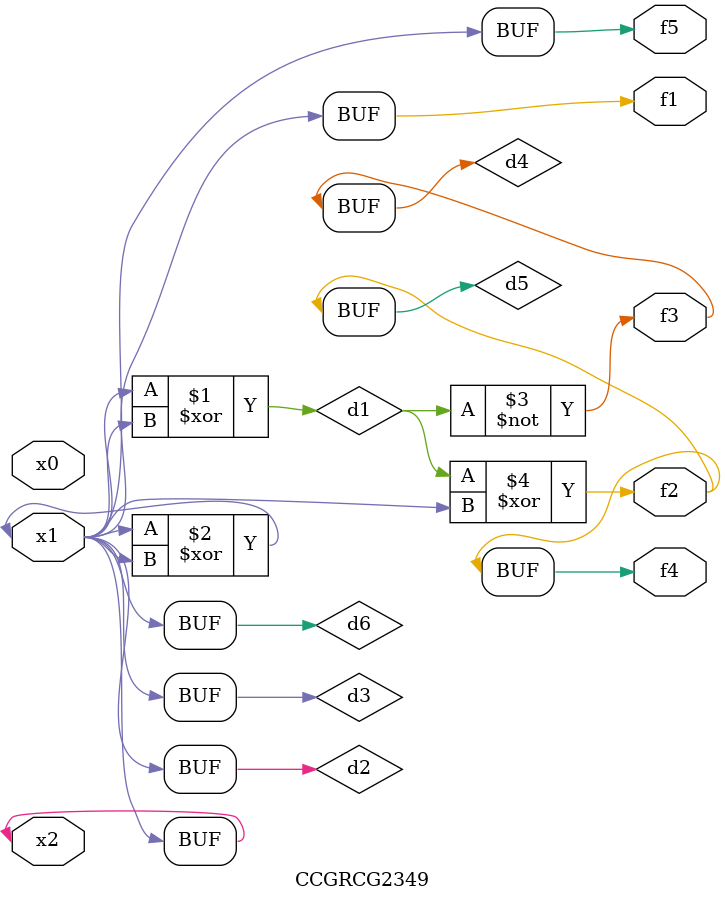
<source format=v>
module CCGRCG2349(
	input x0, x1, x2,
	output f1, f2, f3, f4, f5
);

	wire d1, d2, d3, d4, d5, d6;

	xor (d1, x1, x2);
	buf (d2, x1, x2);
	xor (d3, x1, x2);
	nor (d4, d1);
	xor (d5, d1, d2);
	buf (d6, d2, d3);
	assign f1 = d6;
	assign f2 = d5;
	assign f3 = d4;
	assign f4 = d5;
	assign f5 = d6;
endmodule

</source>
